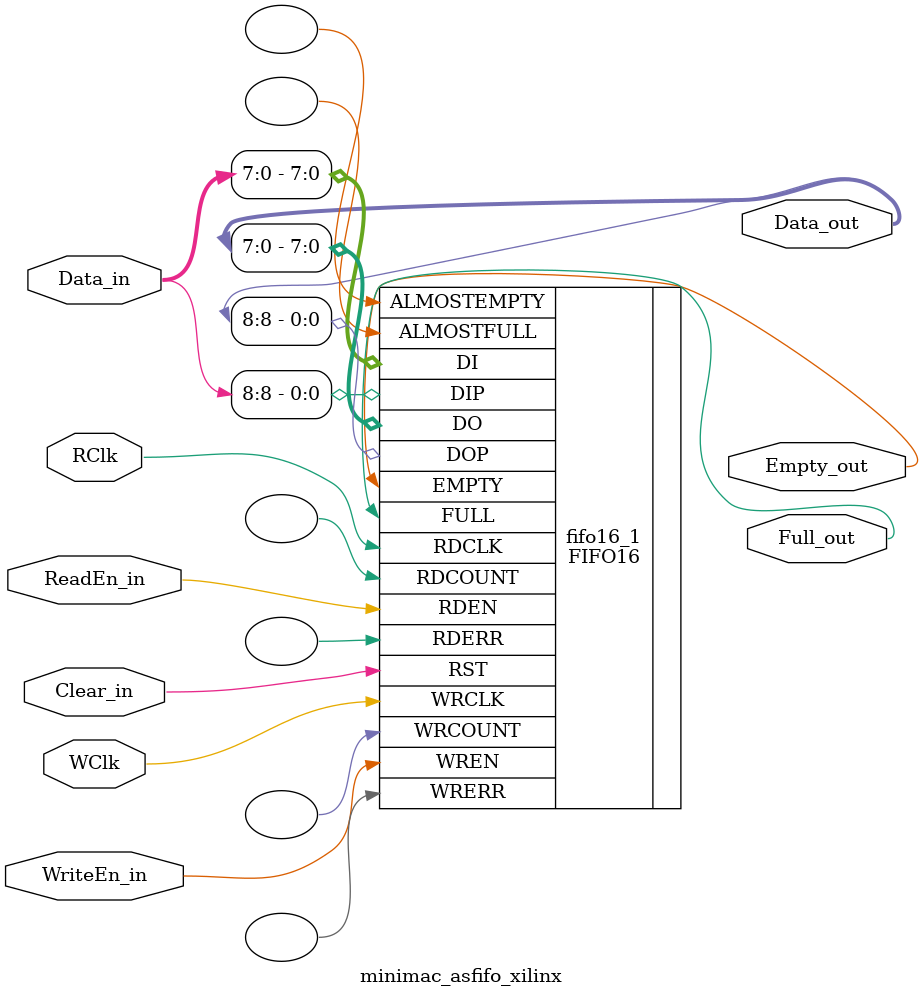
<source format=v>

module minimac_asfifo_xilinx
  #(parameter    DATA_WIDTH    = 9,
                 ADDRESS_WIDTH = 4)
     //Reading port
    (output wire [8:0]        Data_out, 
     output wire                         Empty_out,
     input wire                          ReadEn_in,
     input wire                          RClk,        
     //Writing port.	 
     input wire  [8:0]        Data_in,  
     output wire                         Full_out,
     input wire                          WriteEn_in,
     input wire                          WClk,
     
     input wire                          Clear_in);

FIFO16 #(
        .DATA_WIDTH(9),
        .FIRST_WORD_FALL_THROUGH("TRUE")
) fifo16_1 (
        .ALMOSTEMPTY(),
        .ALMOSTFULL(),
        .DO(Data_out[7:0]),
        .DOP(Data_out[8]),
        .EMPTY(Empty_out),
        .FULL(Full_out),
        .RDCOUNT(),
        .RDERR(),
        .WRCOUNT(),
        .WRERR(),
        .DI(Data_in[7:0]),
        .DIP(Data_in[8]),
        .RDCLK(RClk),
        .RDEN(ReadEn_in),
        .RST(Clear_in),
        .WRCLK(WClk),
        .WREN(WriteEn_in)
);

endmodule

</source>
